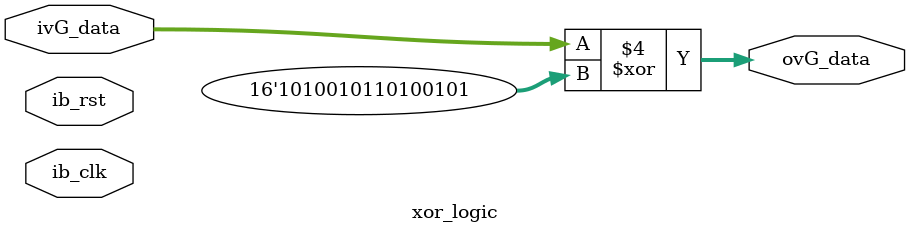
<source format=v>

module xor_logic #
  (
    parameter PAR_DATA_BITS = 16,
    parameter PAR_XOR = 16'hA5A5
  )
  (
    input wire ib_clk,
    input wire ib_rst,
    
    input wire [PAR_DATA_BITS-1:0] ivG_data,
    output wire [PAR_DATA_BITS-1:0] ovG_data
  );
  
  reg [PAR_DATA_BITS-1:0] rvG_data;
 
  always @ (posedge ib_clk)
  begin
    if (ib_rst==1'b1) begin
      rvG_data <= PAR_XOR;
    end else begin
      rvG_data <= ivG_data ^ PAR_XOR;
    end
  end
  
  assign ovG_data = ivG_data ^ PAR_XOR;
  
endmodule 

</source>
